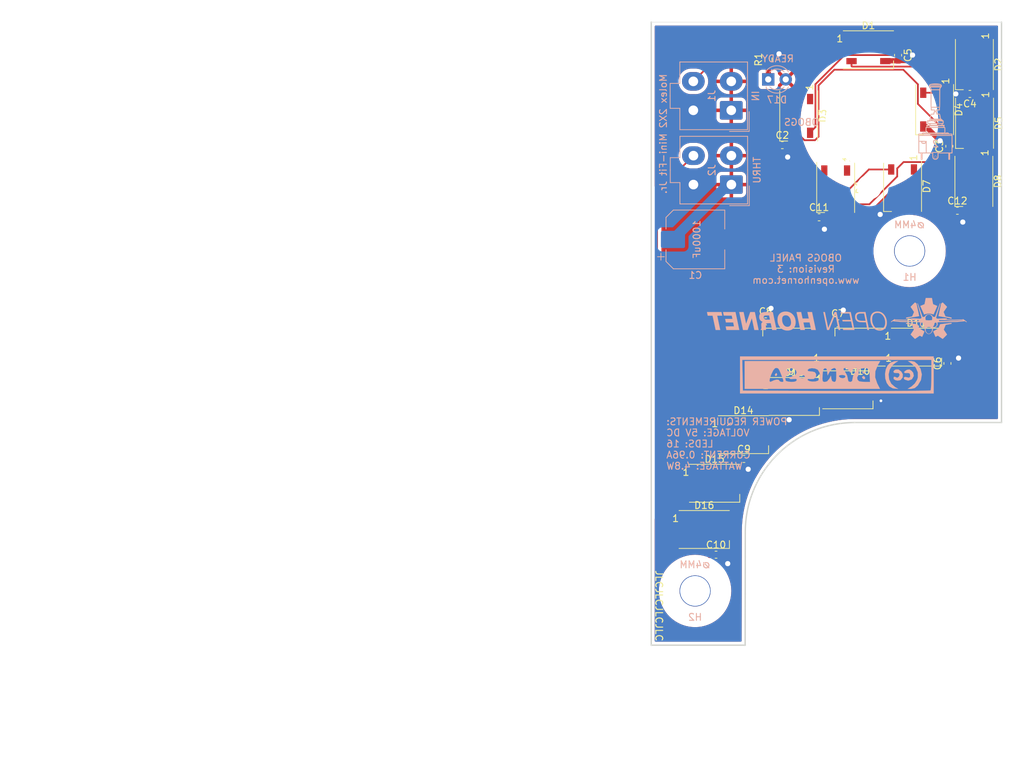
<source format=kicad_pcb>
(kicad_pcb (version 20211014) (generator pcbnew)
  (title_block (title "OBOGS PANEL") (date "2023-02-10") (rev "3"))
  (layers (0 "F.Cu" signal) (31 "B.Cu" signal) (34 "B.Paste" user) (35 "F.Paste" user) (36 "B.SilkS" user "B.Silkscreen") (37 "F.SilkS" user "F.Silkscreen") (38 "B.Mask" user) (39 "F.Mask" user) (44 "Edge.Cuts" user))
  (net 0 "")
  (net 1 "/LED+5V")
  (net 2 "Net-(D1-Pad2)")
  (net 3 "/DATAIN")
  (net 4 "/LEDGND")
  (net 5 "Net-(D2-Pad2)")
  (net 6 "Net-(D3-Pad2)")
  (net 7 "Net-(D4-Pad2)")
  (net 8 "Net-(D5-Pad2)")
  (net 9 "Net-(D6-Pad2)")
  (net 10 "Net-(D7-Pad2)")
  (net 11 "Net-(D8-Pad2)")
  (net 12 "Net-(D10-Pad4)")
  (net 13 "Net-(D10-Pad2)")
  (net 14 "Net-(D11-Pad2)")
  (net 15 "Net-(D12-Pad2)")
  (net 16 "Net-(D13-Pad2)")
  (net 17 "Net-(D14-Pad2)")
  (net 18 "Net-(D15-Pad2)")
  (net 19 "/DATAOUT")
  (net 20 "Net-(D17-Pad1)")
  (footprint "OH_Footprints:C_0603_1608Metric" (layer "F.Cu") (at 177.6603 58.74766)
    (fp_text reference "C2" (at 0 -1.43) (layer "F.SilkS"))
    (fp_text value "C")
    (pad "1" smd roundrect (at -0.775 0) (size 0.9 0.95) (layers "F.Cu" "F.Paste" "F.Mask") (net 1 "/LED+5V"))
    (pad "2" smd roundrect (at 0.775 0) (size 0.9 0.95) (layers "F.Cu" "F.Paste" "F.Mask") (net 4 "/LEDGND"))
  )
  (footprint "OH_Footprints:C_0603_1608Metric" (layer "F.Cu") (at 201.88174 58.90992 90)
    (fp_text reference "C3" (at 0 -1.43 90) (layer "F.SilkS"))
    (fp_text value "C")
    (pad "1" smd roundrect (at -0.775 0 90) (size 0.9 0.95) (layers "F.Cu" "F.Paste" "F.Mask") (net 1 "/LED+5V"))
    (pad "2" smd roundrect (at 0.775 0 90) (size 0.9 0.95) (layers "F.Cu" "F.Paste" "F.Mask") (net 4 "/LEDGND"))
  )
  (footprint "OH_Footprints:C_0603_1608Metric" (layer "F.Cu") (at 204.86116 51.31562 180)
    (fp_text reference "C4" (at 0 -1.43 180) (layer "F.SilkS"))
    (fp_text value "C")
    (pad "1" smd roundrect (at -0.775 0 180) (size 0.9 0.95) (layers "F.Cu" "F.Paste" "F.Mask") (net 1 "/LED+5V"))
    (pad "2" smd roundrect (at 0.775 0 180) (size 0.9 0.95) (layers "F.Cu" "F.Paste" "F.Mask") (net 4 "/LEDGND"))
  )
  (footprint "OH_Footprints:C_0603_1608Metric" (layer "F.Cu") (at 194.44716 45.6949 -90)
    (fp_text reference "C5" (at 0 -1.43 -90) (layer "F.SilkS"))
    (fp_text value "C")
    (pad "1" smd roundrect (at -0.775 0 270) (size 0.9 0.95) (layers "F.Cu" "F.Paste" "F.Mask") (net 1 "/LED+5V"))
    (pad "2" smd roundrect (at 0.775 0 270) (size 0.9 0.95) (layers "F.Cu" "F.Paste" "F.Mask") (net 4 "/LEDGND"))
  )
  (footprint "OH_Footprints:C_0603_1608Metric" (layer "F.Cu") (at 201.60234 90.42684 90)
    (fp_text reference "C6" (at 0 -1.43 90) (layer "F.SilkS"))
    (fp_text value "C")
    (pad "1" smd roundrect (at -0.775 0 90) (size 0.9 0.95) (layers "F.Cu" "F.Paste" "F.Mask") (net 1 "/LED+5V"))
    (pad "2" smd roundrect (at 0.775 0 90) (size 0.9 0.95) (layers "F.Cu" "F.Paste" "F.Mask") (net 4 "/LEDGND"))
  )
  (footprint "OH_Footprints:C_0603_1608Metric" (layer "F.Cu") (at 185.71972 84.6074)
    (fp_text reference "C7" (at 0 -1.43) (layer "F.SilkS"))
    (fp_text value "C")
    (pad "1" smd roundrect (at -0.775 0) (size 0.9 0.95) (layers "F.Cu" "F.Paste" "F.Mask") (net 1 "/LED+5V"))
    (pad "2" smd roundrect (at 0.775 0) (size 0.9 0.95) (layers "F.Cu" "F.Paste" "F.Mask") (net 4 "/LEDGND"))
  )
  (footprint "OH_Footprints:C_0603_1608Metric" (layer "F.Cu") (at 175.23938 84.32292)
    (fp_text reference "C8" (at 0 -1.43) (layer "F.SilkS"))
    (fp_text value "C")
    (pad "1" smd roundrect (at -0.775 0) (size 0.9 0.95) (layers "F.Cu" "F.Paste" "F.Mask") (net 1 "/LED+5V"))
    (pad "2" smd roundrect (at 0.775 0) (size 0.9 0.95) (layers "F.Cu" "F.Paste" "F.Mask") (net 4 "/LEDGND"))
  )
  (footprint "OH_Footprints:C_0603_1608Metric" (layer "F.Cu") (at 172.08978 104.2924)
    (fp_text reference "C9" (at 0 -1.43) (layer "F.SilkS"))
    (fp_text value "C")
    (pad "1" smd roundrect (at -0.775 0) (size 0.9 0.95) (layers "F.Cu" "F.Paste" "F.Mask") (net 1 "/LED+5V"))
    (pad "2" smd roundrect (at 0.775 0) (size 0.9 0.95) (layers "F.Cu" "F.Paste" "F.Mask") (net 4 "/LEDGND"))
  )
  (footprint "OH_Footprints:C_0603_1608Metric" (layer "F.Cu") (at 168.04356 118.18874)
    (fp_text reference "C10" (at 0 -1.43) (layer "F.SilkS"))
    (fp_text value "C")
    (pad "1" smd roundrect (at -0.775 0) (size 0.9 0.95) (layers "F.Cu" "F.Paste" "F.Mask") (net 1 "/LED+5V"))
    (pad "2" smd roundrect (at 0.775 0) (size 0.9 0.95) (layers "F.Cu" "F.Paste" "F.Mask") (net 4 "/LEDGND"))
  )
  (footprint "OH_Footprints:LED_WS2812B_PLCC4_5.0x5.0mm_P3.2mm" (layer "F.Cu") (at 190.144 44.9072)
    (fp_text reference "D1" (at 0 -3.5) (layer "F.SilkS"))
    (fp_text value "WS2812B")
    (fp_text user "1" (at -4.15 -1.6) (layer "F.SilkS"))
    (pad "1" smd rect (at -2.45 -1.65) (size 1.5 0.9) (layers "F.Cu" "F.Paste" "F.Mask") (net 1 "/LED+5V"))
    (pad "2" smd rect (at -2.45 1.65) (size 1.5 0.9) (layers "F.Cu" "F.Paste" "F.Mask") (net 2 "Net-(D1-Pad2)"))
    (pad "3" smd rect (at 2.45 1.65) (size 1.5 0.9) (layers "F.Cu" "F.Paste" "F.Mask") (net 4 "/LEDGND"))
    (pad "4" smd rect (at 2.45 -1.65) (size 1.5 0.9) (layers "F.Cu" "F.Paste" "F.Mask") (net 3 "/DATAIN"))
  )
  (footprint "OH_Footprints:LED_WS2812B_PLCC4_5.0x5.0mm_P3.2mm" (layer "F.Cu") (at 205.512 47.0524 -90)
    (fp_text reference "D2" (at 0 -3.5 -90) (layer "F.SilkS"))
    (fp_text value "WS2812B")
    (fp_text user "1" (at -4.15 -1.6 -90) (layer "F.SilkS"))
    (pad "1" smd rect (at -2.45 -1.65 270) (size 1.5 0.9) (layers "F.Cu" "F.Paste" "F.Mask") (net 1 "/LED+5V"))
    (pad "2" smd rect (at -2.45 1.65 270) (size 1.5 0.9) (layers "F.Cu" "F.Paste" "F.Mask") (net 5 "Net-(D2-Pad2)"))
    (pad "3" smd rect (at 2.45 1.65 270) (size 1.5 0.9) (layers "F.Cu" "F.Paste" "F.Mask") (net 4 "/LEDGND"))
    (pad "4" smd rect (at 2.45 -1.65 270) (size 1.5 0.9) (layers "F.Cu" "F.Paste" "F.Mask") (net 2 "Net-(D1-Pad2)"))
  )
  (footprint "OH_Footprints:LED_WS2812B_PLCC4_5.0x5.0mm_P3.2mm" (layer "F.Cu") (at 180.035 54.5084 -90)
    (fp_text reference "D3" (at 0 -3.5 -90) (layer "F.SilkS"))
    (fp_text value "WS2812B")
    (fp_text user "1" (at -4.15 -1.6 -90) (layer "F.SilkS"))
    (pad "1" smd rect (at -2.45 -1.65 270) (size 1.5 0.9) (layers "F.Cu" "F.Paste" "F.Mask") (net 1 "/LED+5V"))
    (pad "2" smd rect (at -2.45 1.65 270) (size 1.5 0.9) (layers "F.Cu" "F.Paste" "F.Mask") (net 6 "Net-(D3-Pad2)"))
    (pad "3" smd rect (at 2.45 1.65 270) (size 1.5 0.9) (layers "F.Cu" "F.Paste" "F.Mask") (net 4 "/LEDGND"))
    (pad "4" smd rect (at 2.45 -1.65 270) (size 1.5 0.9) (layers "F.Cu" "F.Paste" "F.Mask") (net 5 "Net-(D2-Pad2)"))
  )
  (footprint "OH_Footprints:LED_WS2812B_PLCC4_5.0x5.0mm_P3.2mm" (layer "F.Cu") (at 199.746 53.594 -90)
    (fp_text reference "D4" (at 0 -3.5 -90) (layer "F.SilkS"))
    (fp_text value "WS2812B")
    (fp_text user "1" (at -4.15 -1.6 -90) (layer "F.SilkS"))
    (pad "1" smd rect (at -2.45 -1.65 270) (size 1.5 0.9) (layers "F.Cu" "F.Paste" "F.Mask") (net 1 "/LED+5V"))
    (pad "2" smd rect (at -2.45 1.65 270) (size 1.5 0.9) (layers "F.Cu" "F.Paste" "F.Mask") (net 7 "Net-(D4-Pad2)"))
    (pad "3" smd rect (at 2.45 1.65 270) (size 1.5 0.9) (layers "F.Cu" "F.Paste" "F.Mask") (net 4 "/LEDGND"))
    (pad "4" smd rect (at 2.45 -1.65 270) (size 1.5 0.9) (layers "F.Cu" "F.Paste" "F.Mask") (net 6 "Net-(D3-Pad2)"))
  )
  (footprint "OH_Footprints:LED_WS2812B_PLCC4_5.0x5.0mm_P3.2mm" (layer "F.Cu") (at 205.537 55.5752 -90)
    (fp_text reference "D5" (at 0 -3.5 -90) (layer "F.SilkS"))
    (fp_text value "WS2812B")
    (fp_text user "1" (at -4.15 -1.6 -90) (layer "F.SilkS"))
    (pad "1" smd rect (at -2.45 -1.65 270) (size 1.5 0.9) (layers "F.Cu" "F.Paste" "F.Mask") (net 1 "/LED+5V"))
    (pad "2" smd rect (at -2.45 1.65 270) (size 1.5 0.9) (layers "F.Cu" "F.Paste" "F.Mask") (net 8 "Net-(D5-Pad2)"))
    (pad "3" smd rect (at 2.45 1.65 270) (size 1.5 0.9) (layers "F.Cu" "F.Paste" "F.Mask") (net 4 "/LEDGND"))
    (pad "4" smd rect (at 2.45 -1.65 270) (size 1.5 0.9) (layers "F.Cu" "F.Paste" "F.Mask") (net 7 "Net-(D4-Pad2)"))
  )
  (footprint "OH_Footprints:LED_WS2812B_PLCC4_5.0x5.0mm_P3.2mm" (layer "F.Cu") (at 185.395 64.8832 -90)
    (fp_text reference "D6" (at 0 -3.5 -90) (layer "F.SilkS"))
    (fp_text value "WS2812B")
    (fp_text user "1" (at -4.15 -1.6 -90) (layer "F.SilkS"))
    (pad "1" smd rect (at -2.45 -1.65 270) (size 1.5 0.9) (layers "F.Cu" "F.Paste" "F.Mask") (net 1 "/LED+5V"))
    (pad "2" smd rect (at -2.45 1.65 270) (size 1.5 0.9) (layers "F.Cu" "F.Paste" "F.Mask") (net 9 "Net-(D6-Pad2)"))
    (pad "3" smd rect (at 2.45 1.65 270) (size 1.5 0.9) (layers "F.Cu" "F.Paste" "F.Mask") (net 4 "/LEDGND"))
    (pad "4" smd rect (at 2.45 -1.65 270) (size 1.5 0.9) (layers "F.Cu" "F.Paste" "F.Mask") (net 8 "Net-(D5-Pad2)"))
  )
  (footprint "OH_Footprints:LED_WS2812B_PLCC4_5.0x5.0mm_P3.2mm" (layer "F.Cu") (at 195.098 64.7308 -90)
    (fp_text reference "D7" (at 0 -3.5 -90) (layer "F.SilkS"))
    (fp_text value "WS2812B")
    (fp_text user "1" (at -4.15 -1.6 -90) (layer "F.SilkS"))
    (pad "1" smd rect (at -2.45 -1.65 270) (size 1.5 0.9) (layers "F.Cu" "F.Paste" "F.Mask") (net 1 "/LED+5V"))
    (pad "2" smd rect (at -2.45 1.65 270) (size 1.5 0.9) (layers "F.Cu" "F.Paste" "F.Mask") (net 10 "Net-(D7-Pad2)"))
    (pad "3" smd rect (at 2.45 1.65 270) (size 1.5 0.9) (layers "F.Cu" "F.Paste" "F.Mask") (net 4 "/LEDGND"))
    (pad "4" smd rect (at 2.45 -1.65 270) (size 1.5 0.9) (layers "F.Cu" "F.Paste" "F.Mask") (net 9 "Net-(D6-Pad2)"))
  )
  (footprint "OH_Footprints:LED_WS2812B_PLCC4_5.0x5.0mm_P3.2mm" (layer "F.Cu") (at 205.435 64.008 -90)
    (fp_text reference "D8" (at 0 -3.5 -90) (layer "F.SilkS"))
    (fp_text value "WS2812B")
    (fp_text user "1" (at -4.15 -1.6 -90) (layer "F.SilkS"))
    (pad "1" smd rect (at -2.45 -1.65 270) (size 1.5 0.9) (layers "F.Cu" "F.Paste" "F.Mask") (net 1 "/LED+5V"))
    (pad "2" smd rect (at -2.45 1.65 270) (size 1.5 0.9) (layers "F.Cu" "F.Paste" "F.Mask") (net 11 "Net-(D8-Pad2)"))
    (pad "3" smd rect (at 2.45 1.65 270) (size 1.5 0.9) (layers "F.Cu" "F.Paste" "F.Mask") (net 4 "/LEDGND"))
    (pad "4" smd rect (at 2.45 -1.65 270) (size 1.5 0.9) (layers "F.Cu" "F.Paste" "F.Mask") (net 10 "Net-(D7-Pad2)"))
  )
  (footprint "OH_Footprints:LED_WS2812B_PLCC4_5.0x5.0mm_P3.2mm" (layer "F.Cu") (at 178.472 88.0616 180)
    (fp_text reference "D9" (at 0 -3.5 180) (layer "F.SilkS"))
    (fp_text value "WS2812B")
    (fp_text user "1" (at -4.15 -1.6 180) (layer "F.SilkS"))
    (pad "1" smd rect (at -2.45 -1.65 180) (size 1.5 0.9) (layers "F.Cu" "F.Paste" "F.Mask") (net 1 "/LED+5V"))
    (pad "2" smd rect (at -2.45 1.65 180) (size 1.5 0.9) (layers "F.Cu" "F.Paste" "F.Mask") (net 12 "Net-(D10-Pad4)"))
    (pad "3" smd rect (at 2.45 1.65 180) (size 1.5 0.9) (layers "F.Cu" "F.Paste" "F.Mask") (net 4 "/LEDGND"))
    (pad "4" smd rect (at 2.45 -1.65 180) (size 1.5 0.9) (layers "F.Cu" "F.Paste" "F.Mask") (net 11 "Net-(D8-Pad2)"))
  )
  (footprint "OH_Footprints:LED_WS2812B_PLCC4_5.0x5.0mm_P3.2mm" (layer "F.Cu") (at 188.937 88.0616 180)
    (fp_text reference "D10" (at 0 -3.5 180) (layer "F.SilkS"))
    (fp_text value "WS2812B")
    (fp_text user "1" (at -4.15 -1.6 180) (layer "F.SilkS"))
    (pad "1" smd rect (at -2.45 -1.65 180) (size 1.5 0.9) (layers "F.Cu" "F.Paste" "F.Mask") (net 1 "/LED+5V"))
    (pad "2" smd rect (at -2.45 1.65 180) (size 1.5 0.9) (layers "F.Cu" "F.Paste" "F.Mask") (net 13 "Net-(D10-Pad2)"))
    (pad "3" smd rect (at 2.45 1.65 180) (size 1.5 0.9) (layers "F.Cu" "F.Paste" "F.Mask") (net 4 "/LEDGND"))
    (pad "4" smd rect (at 2.45 -1.65 180) (size 1.5 0.9) (layers "F.Cu" "F.Paste" "F.Mask") (net 12 "Net-(D10-Pad4)"))
  )
  (footprint "OH_Footprints:LED_WS2812B_PLCC4_5.0x5.0mm_P3.2mm" (layer "F.Cu") (at 197.116 88.0616)
    (fp_text reference "D11" (at 0 -3.5) (layer "F.SilkS"))
    (fp_text value "WS2812B")
    (fp_text user "1" (at -4.15 -1.6) (layer "F.SilkS"))
    (pad "1" smd rect (at -2.45 -1.65) (size 1.5 0.9) (layers "F.Cu" "F.Paste" "F.Mask") (net 1 "/LED+5V"))
    (pad "2" smd rect (at -2.45 1.65) (size 1.5 0.9) (layers "F.Cu" "F.Paste" "F.Mask") (net 14 "Net-(D11-Pad2)"))
    (pad "3" smd rect (at 2.45 1.65) (size 1.5 0.9) (layers "F.Cu" "F.Paste" "F.Mask") (net 4 "/LEDGND"))
    (pad "4" smd rect (at 2.45 -1.65) (size 1.5 0.9) (layers "F.Cu" "F.Paste" "F.Mask") (net 13 "Net-(D10-Pad2)"))
  )
  (footprint "OH_Footprints:LED_WS2812B_PLCC4_5.0x5.0mm_P3.2mm" (layer "F.Cu") (at 179.386 95.2244)
    (fp_text reference "D13" (at 0 -3.5) (layer "F.SilkS"))
    (fp_text value "WS2812B")
    (fp_text user "1" (at -4.15 -1.6) (layer "F.SilkS"))
    (pad "1" smd rect (at -2.45 -1.65) (size 1.5 0.9) (layers "F.Cu" "F.Paste" "F.Mask") (net 1 "/LED+5V"))
    (pad "2" smd rect (at -2.45 1.65) (size 1.5 0.9) (layers "F.Cu" "F.Paste" "F.Mask") (net 16 "Net-(D13-Pad2)"))
    (pad "3" smd rect (at 2.45 1.65) (size 1.5 0.9) (layers "F.Cu" "F.Paste" "F.Mask") (net 4 "/LEDGND"))
    (pad "4" smd rect (at 2.45 -1.65) (size 1.5 0.9) (layers "F.Cu" "F.Paste" "F.Mask") (net 15 "Net-(D12-Pad2)"))
  )
  (footprint "OH_Footprints:LED_WS2812B_PLCC4_5.0x5.0mm_P3.2mm" (layer "F.Cu") (at 172.02 100.762)
    (fp_text reference "D14" (at 0 -3.5) (layer "F.SilkS"))
    (fp_text value "WS2812B")
    (fp_text user "1" (at -4.15 -1.6) (layer "F.SilkS"))
    (pad "1" smd rect (at -2.45 -1.65) (size 1.5 0.9) (layers "F.Cu" "F.Paste" "F.Mask") (net 1 "/LED+5V"))
    (pad "2" smd rect (at -2.45 1.65) (size 1.5 0.9) (layers "F.Cu" "F.Paste" "F.Mask") (net 17 "Net-(D14-Pad2)"))
    (pad "3" smd rect (at 2.45 1.65) (size 1.5 0.9) (layers "F.Cu" "F.Paste" "F.Mask") (net 4 "/LEDGND"))
    (pad "4" smd rect (at 2.45 -1.65) (size 1.5 0.9) (layers "F.Cu" "F.Paste" "F.Mask") (net 16 "Net-(D13-Pad2)"))
  )
  (footprint "OH_Footprints:LED_WS2812B_PLCC4_5.0x5.0mm_P3.2mm" (layer "F.Cu") (at 167.832 107.823)
    (fp_text reference "D15" (at 0 -3.5) (layer "F.SilkS"))
    (fp_text value "WS2812B")
    (fp_text user "1" (at -4.15 -1.6) (layer "F.SilkS"))
    (pad "1" smd rect (at -2.45 -1.65) (size 1.5 0.9) (layers "F.Cu" "F.Paste" "F.Mask") (net 1 "/LED+5V"))
    (pad "2" smd rect (at -2.45 1.65) (size 1.5 0.9) (layers "F.Cu" "F.Paste" "F.Mask") (net 18 "Net-(D15-Pad2)"))
    (pad "3" smd rect (at 2.45 1.65) (size 1.5 0.9) (layers "F.Cu" "F.Paste" "F.Mask") (net 4 "/LEDGND"))
    (pad "4" smd rect (at 2.45 -1.65) (size 1.5 0.9) (layers "F.Cu" "F.Paste" "F.Mask") (net 17 "Net-(D14-Pad2)"))
  )
  (footprint "OH_Footprints:LED_WS2812B_PLCC4_5.0x5.0mm_P3.2mm" (layer "F.Cu") (at 166.331 114.528)
    (fp_text reference "D16" (at 0 -3.5) (layer "F.SilkS"))
    (fp_text value "WS2812B")
    (fp_text user "1" (at -4.15 -1.6) (layer "F.SilkS"))
    (pad "1" smd rect (at -2.45 -1.65) (size 1.5 0.9) (layers "F.Cu" "F.Paste" "F.Mask") (net 1 "/LED+5V"))
    (pad "2" smd rect (at -2.45 1.65) (size 1.5 0.9) (layers "F.Cu" "F.Paste" "F.Mask") (net 19 "/DATAOUT"))
    (pad "3" smd rect (at 2.45 1.65) (size 1.5 0.9) (layers "F.Cu" "F.Paste" "F.Mask") (net 4 "/LEDGND"))
    (pad "4" smd rect (at 2.45 -1.65) (size 1.5 0.9) (layers "F.Cu" "F.Paste" "F.Mask") (net 18 "Net-(D15-Pad2)"))
  )
  (footprint "OH_Footprints:LED_WS2812B_PLCC4_5.0x5.0mm_P3.2mm" (layer "F.Cu") (at 187.159 94.2592)
    (fp_text reference "D12" (at 0 -3.5) (layer "F.SilkS"))
    (fp_text value "WS2812B")
    (fp_text user "1" (at -4.15 -1.6) (layer "F.SilkS"))
    (pad "1" smd rect (at -2.45 -1.65) (size 1.5 0.9) (layers "F.Cu" "F.Paste" "F.Mask") (net 1 "/LED+5V"))
    (pad "2" smd rect (at -2.45 1.65) (size 1.5 0.9) (layers "F.Cu" "F.Paste" "F.Mask") (net 15 "Net-(D12-Pad2)"))
    (pad "3" smd rect (at 2.45 1.65) (size 1.5 0.9) (layers "F.Cu" "F.Paste" "F.Mask") (net 4 "/LEDGND"))
    (pad "4" smd rect (at 2.45 -1.65) (size 1.5 0.9) (layers "F.Cu" "F.Paste" "F.Mask") (net 14 "Net-(D11-Pad2)"))
  )
  (footprint "Kicad Footprint Files:100SPX_Toggle_Keepout" (layer "F.Cu") (at 190.279157 55.312067)
    (fp_text reference "1" (at 0 0.5) (layer "F.SilkS"))
    (fp_text value "100SPX_Toggle_Keepout")
    (pad "" np_thru_hole circle locked (at 0 0) (size 12.7 12.7) (drill 12.7) (layers *.Mask "F.Cu") (clearance 1))
    (pad "" np_thru_hole circle locked (at 0 0) (size 12.7 12.7) (drill 12.7) (layers *.Mask "B.Cu") (clearance 3.65))
    (pad "" np_thru_hole circle locked (at 0 9.525) (size 3.572 3.572) (drill 3.572) (layers *.Cu *.Mask) (clearance 1))
  )
  (footprint "Kicad Footprint Files:OH_Panel_Fastner_Keepout" (layer "F.Cu") (at 196.121157 74.108067)
    (fp_text reference "2" hide)
    (fp_text value "OH_Panel_Fastner_Keepout" hide)
    (fp_text user "H1" (at 0 3.81) (layer "B.SilkS") (effects (justify mirror)))
    (fp_text user "⌀4MM" (at 0 -3.81) (layer "B.SilkS") (effects (justify mirror)))
    (pad "" np_thru_hole circle locked (at 0 0) (size 4.5 4.5) (drill 4.3053) (layers *.Cu *.Mask) (clearance 3))
  )
  (footprint "Kicad Footprint Files:OH_Panel_Fastner_Keepout" (layer "F.Cu") (at 165.006157 123.447567)
    (fp_text reference "3" hide)
    (fp_text value "OH_Panel_Fastner_Keepout" hide)
    (fp_text user "⌀4MM" (at 0 -3.81) (layer "B.SilkS") (effects (justify mirror)))
    (fp_text user "H2" (at 0 3.81) (layer "B.SilkS") (effects (justify mirror)))
    (pad "" np_thru_hole circle locked (at 0 0) (size 4.5 4.5) (drill 4.3053) (layers *.Cu *.Mask) (clearance 3))
  )
  (footprint "OH_Footprints:C_0603_1608Metric" (layer "F.Cu") (at 182.99166 69.22008)
    (fp_text reference "C11" (at 0 -1.43) (layer "F.SilkS"))
    (fp_text value "C")
    (pad "1" smd roundrect (at -0.775 0) (size 0.9 0.95) (layers "F.Cu" "F.Paste" "F.Mask") (net 1 "/LED+5V"))
    (pad "2" smd roundrect (at 0.775 0) (size 0.9 0.95) (layers "F.Cu" "F.Paste" "F.Mask") (net 4 "/LEDGND"))
  )
  (footprint "OH_Footprints:C_0603_1608Metric" (layer "F.Cu") (at 203.0477 68.26758)
    (fp_text reference "C12" (at 0 -1.43) (layer "F.SilkS"))
    (fp_text value "C")
    (pad "1" smd roundrect (at -0.775 0) (size 0.9 0.95) (layers "F.Cu" "F.Paste" "F.Mask") (net 1 "/LED+5V"))
    (pad "2" smd roundrect (at 0.775 0) (size 0.9 0.95) (layers "F.Cu" "F.Paste" "F.Mask") (net 4 "/LEDGND"))
  )
  (footprint "OH_Footprints:R_0603_1608Metric" (layer "F.Cu") (at 175.63592 46.32656 90)
    (fp_text reference "R1" (at 0 -1.43 90) (layer "F.SilkS"))
    (fp_text value "R")
    (pad "1" smd roundrect (at -0.825 0 90) (size 0.8 0.95) (layers "F.Cu" "F.Paste" "F.Mask") (net 20 "Net-(D17-Pad1)"))
    (pad "2" smd roundrect (at 0.825 0 90) (size 0.8 0.95) (layers "F.Cu" "F.Paste" "F.Mask") (net 4 "/LEDGND"))
  )
  (footprint "OH_Footprints:CP_Elec_8x10" (layer "B.Cu") (at 165.04786 72.43318)
    (fp_text reference "C1" (at 0 5.2 180) (layer "B.SilkS") (effects (justify mirror)))
    (fp_text value "C_Polarized")
    (pad "1" smd roundrect (at -3.25 0) (size 3.5 2.5) (layers "B.Cu" "B.Paste" "B.Mask") (roundrect_rratio 0.1) (net 1 "/LED+5V"))
    (pad "2" smd roundrect (at 3.25 0) (size 3.5 2.5) (layers "B.Cu" "B.Paste" "B.Mask") (roundrect_rratio 0.1) (net 4 "/LEDGND"))
  )
  (footprint "Kicad Footprint Files:S2ALToggle" (layer "B.Cu") (at 199.9996 55.4736 180)
    (fp_text reference "G***" hide)
    (fp_text value "LOGO" hide)
    (fp_text user "2" (at 0.125 -3.075) (layer "B.SilkS") (effects (justify mirror)))
  )
  (footprint "OH_Footprints:LED_D3.0mm" (layer "B.Cu") (at 175.61306 49.20996)
    (fp_text reference "D17" (at 1.27 2.96 180) (layer "B.SilkS") (effects (justify mirror)))
    (fp_text value "LED")
    (pad "1" thru_hole rect (at 0 0) (size 1.8 1.8) (drill 0.9) (layers *.Cu *.Mask) (net 20 "Net-(D17-Pad1)"))
    (pad "2" thru_hole circle (at 2.54 0) (size 1.8 1.8) (drill 0.9) (layers *.Cu *.Mask) (net 1 "/LED+5V"))
  )
  (footprint "OH_Footprints:Molex_Mini-Fit_Jr_5566-04A_2x02_P4.20mm_Vertical" (layer "B.Cu") (at 170.25112 53.6956 90)
    (fp_text reference "J1" (at 2.1 -2.820624 270) (layer "B.SilkS") (effects (justify mirror)))
    (fp_text value "Conn_01x04_Female")
    (pad "1" thru_hole roundrect (at 0 0 90) (size 2.7 3.3) (drill 1.4) (layers *.Cu *.Mask) (roundrect_rratio 0.09259296296) (net 1 "/LED+5V"))
    (pad "2" thru_hole oval (at 4.2 0 90) (size 2.7 3.3) (drill 1.4) (layers *.Cu *.Mask) (net 1 "/LED+5V"))
    (pad "3" thru_hole oval (at 0 -5.5 90) (size 2.7 3.3) (drill 1.4) (layers *.Cu *.Mask) (net 4 "/LEDGND"))
    (pad "4" thru_hole oval (at 4.2 -5.5 90) (size 2.7 3.3) (drill 1.4) (layers *.Cu *.Mask) (net 3 "/DATAIN"))
  )
  (footprint "OH_Footprints:Molex_Mini-Fit_Jr_5566-04A_2x02_P4.20mm_Vertical" (layer "B.Cu") (at 170.26636 64.47536 90)
    (fp_text reference "J2" (at 2.1 -2.820624 270) (layer "B.SilkS") (effects (justify mirror)))
    (fp_text value "Conn_01x04_Female")
    (pad "1" thru_hole roundrect (at 0 0 90) (size 2.7 3.3) (drill 1.4) (layers *.Cu *.Mask) (roundrect_rratio 0.09259296296) (net 1 "/LED+5V"))
    (pad "2" thru_hole oval (at 4.2 0 90) (size 2.7 3.3) (drill 1.4) (layers *.Cu *.Mask) (net 1 "/LED+5V"))
    (pad "3" thru_hole oval (at 0 -5.5 90) (size 2.7 3.3) (drill 1.4) (layers *.Cu *.Mask) (net 4 "/LEDGND"))
    (pad "4" thru_hole oval (at 4.2 -5.5 90) (size 2.7 3.3) (drill 1.4) (layers *.Cu *.Mask) (net 19 "/DATAOUT"))
  )
  (footprint "OH_General:OH_LOGO_37.7mm_5.9mm" (layer "B.Cu") (at 185.572676 83.9 180)
    (fp_text reference "G***" hide)
    (fp_text value "LOGO" hide)
  )
  (footprint "OH_General:CC-BY-NC-SA-Small" (layer "B.Cu") (at 185.65 92.1 180)
    (fp_text reference "G***" hide)
    (fp_text value "LOGO" hide)
  )
  (gr_line (start 209.4484 40.894) (end 209.4484 40.894001) (layer "Edge.Cuts") (width 0.05))
  (gr_line (start 209.4484 40.894) (end 158.648401 40.894001) (layer "Edge.Cuts") (width 0.05))
  (gr_line (start 188.1632 99.0092) (end 209.4484 99.0092) (layer "Edge.Cuts") (width 0.2))
  (gr_line (start 158.648401 131.318) (end 172.2628 131.318) (layer "Edge.Cuts") (width 0.2))
  (gr_line (start 158.648401 40.894001) (end 158.648401 131.318) (layer "Edge.Cuts") (width 0.2))
  (gr_arc (start 172.288199 114.884199) (mid 176.93788 103.658879) (end 188.1632 99.0092) (layer "Edge.Cuts") (width 0.2))
  (gr_line (start 172.2628 131.318) (end 172.288199 114.884199) (layer "Edge.Cuts") (width 0.2))
  (gr_line (start 209.4484 99.0092) (end 209.4484 40.894001) (layer "Edge.Cuts") (width 0.2))
  (gr_text "OBOGS" (at 180.4416 55.4228) (layer "B.SilkS") (effects (font (size 1 1)) (justify mirror)))
  (gr_text "POWER REQUIREMENTS:\nVOLTAGE: 5V DC\nLEDS: 16\nCURRENT: 0.96A\nWATTAGE: 4.8W" (at 160.75 102.1) (layer "B.SilkS") (effects (font (size 1 1)) (justify right mirror)))
  (gr_text "THRU" (at 173.98746 62.37732 90) (layer "B.SilkS") (effects (font (size 1 1)) (justify mirror)))
  (gr_text "OBOGS PANEL\nRevision: 3\nwww.openhornet.com" (at 181.0766 76.7334) (layer "B.SilkS") (effects (font (size 1 1)) (justify mirror)))
  (gr_text "IN" (at 173.78426 51.61534 90) (layer "B.SilkS") (effects (font (size 1 1)) (justify mirror)))
  (gr_text "READY" (at 177.01514 46.2026) (layer "B.SilkS") (effects (font (size 1 1)) (justify mirror)))
  (gr_text "Molex 2X2 Mini-Fit Jr." (at 160.39084 57.11698 90) (layer "B.SilkS") (effects (font (size 1 1)) (justify mirror)))
  (gr_text "1000uF" (at 165.26002 72.43318 90) (layer "B.SilkS") (effects (font (size 1 1)) (justify mirror)))
  (gr_text "JLCJLCJLCJLC" (at 159.766 125.603 270) (layer "F.SilkS") (effects (font (size 1 1))))
  (segment (start 206.366738 61.558) (end 204.865844 60.057106) (width 1) (layer "F.Cu") (net 1))
  (segment (start 201.93175 59.73493) (end 201.88174 59.73493) (width 1) (layer "F.Cu") (net 1))
  (segment (start 207.035 61.558) (end 206.366738 61.558) (width 1) (layer "F.Cu") (net 1))
  (segment (start 204.865844 60.057106) (end 202.253926 60.057106) (width 1) (layer "F.Cu") (net 1))
  (segment (start 202.253926 60.057106) (end 201.93175 59.73493) (width 1) (layer "F.Cu") (net 1))
  (segment (start 169.75568 64.47536) (end 161.79786 72.43318) (width 1.5) (layer "B.Cu") (net 1))
  (segment (start 170.26636 64.47536) (end 169.75568 64.47536) (width 1.5) (layer "B.Cu") (net 1))
  (segment (start 187.78748 47.35068) (end 197.49932 47.35068) (width 0.25) (layer "F.Cu") (net 2))
  (segment (start 187.694 46.5072) (end 187.694 47.2572) (width 0.25) (layer "F.Cu") (net 2))
  (segment (start 197.49932 47.35068) (end 199 45.85) (width 0.25) (layer "F.Cu") (net 2))
  (segment (start 199 45.85) (end 206.85 45.85) (width 0.25) (layer "F.Cu") (net 2))
  (segment (start 206.85 45.85) (end 206.85 49.2404) (width 0.25) (layer "F.Cu") (net 2))
  (segment (start 206.85 49.2404) (end 207.112 49.5024) (width 0.25) (layer "F.Cu") (net 2))
  (segment (start 187.694 47.2572) (end 187.78748 47.35068) (width 0.25) (layer "F.Cu") (net 2))
  (segment (start 191.768999 42.482199) (end 171.764521 42.482199) (width 0.25) (layer "F.Cu") (net 3))
  (segment (start 192.594 43.3072) (end 191.768999 42.482199) (width 0.25) (layer "F.Cu") (net 3))
  (segment (start 171.764521 42.482199) (end 164.75112 49.4956) (width 0.25) (layer "F.Cu") (net 3))
  (segment (start 203.21524 89.65438) (end 203.22794 89.65184) (width 0.75) (layer "F.Cu") (net 4))
  (segment (start 191.9605 95.85198) (end 191.95328 95.8592) (width 0.75) (layer "F.Cu") (net 4))
  (segment (start 178.42992 60.47994) (end 178.4353 60.51072) (width 0.75) (layer "F.Cu") (net 4))
  (segment (start 191.85128 68.80606) (end 191.86906 68.80606) (width 0.75) (layer "F.Cu") (net 4))
  (segment (start 183.76138 70.94982) (end 183.77916 70.93204) (width 0.75) (layer "F.Cu") (net 4))
  (segment (start 203.83246 69.91604) (end 203.835 69.9135) (width 0.75) (layer "F.Cu") (net 4))
  (segment (start 200.54316 58.11266) (end 200.56542 58.13492) (width 0.75) (layer "F.Cu") (net 4))
  (segment (start 202.82154 51.31562) (end 202.6793 51.31562) (width 0.75) (layer "F.Cu") (net 4))
  (segment (start 196.54774 45.67936) (end 196.54774 45.67936) (width 0.75) (layer "F.Cu") (net 4))
  (segment (start 172.7073 105.78592) (end 172.86478 105.64368) (width 0.75) (layer "F.Cu") (net 4))
  (segment (start 169.73804 119.48414) (end 169.68978 119.49176) (width 0.75) (layer "F.Cu") (net 4))
  (segment (start 178.64582 98.60534) (end 178.64582 98.60534) (width 0.75) (layer "F.Cu") (net 4))
  (segment (start 186.4995 82.69224) (end 186.49472 82.69702) (width 0.75) (layer "F.Cu") (net 4))
  (segment (start 176.01438 82.43316) (end 176.01438 82.43316) (width 0.75) (layer "F.Cu") (net 4))
  (segment (start 177.1777 45.50156) (end 177.1777 45.50156) (width 0.75) (layer "F.Cu") (net 4))
  (segment (start 175.63592 45.50156) (end 177.1777 45.50156) (width 0.75) (layer "F.Cu") (net 4))
  (segment (start 174.47 102.68718) (end 172.86478 104.2924) (width 0.75) (layer "F.Cu") (net 4))
  (segment (start 201.88174 58.13492) (end 200.54316 58.11266) (width 0.75) (layer "F.Cu") (net 4))
  (segment (start 203.912 49.5024) (end 203.912 51.14146) (width 0.75) (layer "F.Cu") (net 4))
  (segment (start 176.01438 86.45398) (end 176.022 86.4616) (width 0.75) (layer "F.Cu") (net 4))
  (segment (start 186.487 84.61512) (end 186.49472 84.6074) (width 0.75) (layer "F.Cu") (net 4))
  (segment (start 181.836 96.8244) (end 180.42676 96.8244) (width 0.75) (layer "F.Cu") (net 4))
  (segment (start 195.7826 46.4445) (end 196.54774 45.67936) (width 0.75) (layer "F.Cu") (net 4))
  (segment (start 186.49472 84.6074) (end 186.4995 82.69224) (width 0.75) (layer "F.Cu") (net 4))
  (segment (start 178.435 56.9584) (end 178.435 58.74736) (width 0.75) (layer "F.Cu") (net 4))
  (segment (start 192.594 46.5072) (end 194.40986 46.5072) (width 0.75) (layer "F.Cu") (net 4))
  (segment (start 201.99146 58.0252) (end 201.88174 58.13492) (width 0.75) (layer "F.Cu") (net 4))
  (segment (start 183.77916 69.22008) (end 183.76138 70.94982) (width 0.75) (layer "F.Cu") (net 4))
  (segment (start 194.40986 46.5072) (end 194.44716 46.4699) (width 0.75) (layer "F.Cu") (net 4))
  (segment (start 178.435 58.74736) (end 178.4353 58.74766) (width 0.75) (layer "F.Cu") (net 4))
  (segment (start 172.7073 106.9977) (end 172.7073 105.78592) (width 0.75) (layer "F.Cu") (net 4))
  (segment (start 193.498 67.17712) (end 191.85128 68.80606) (width 0.75) (layer "F.Cu") (net 4))
  (segment (start 176.022 86.4616) (end 176.022 84.33054) (width 0.75) (layer "F.Cu") (net 4))
  (segment (start 203.912 51.14146) (end 204.08616 51.31562) (width 0.75) (layer "F.Cu") (net 4))
  (segment (start 168.81856 118.18874) (end 168.81856 118.62054) (width 0.75) (layer "F.Cu") (net 4))
  (segment (start 180.42676 96.8244) (end 178.64582 98.60534) (width 0.75) (layer "F.Cu") (net 4))
  (segment (start 203.835 66.458) (end 203.83246 69.91604) (width 0.75) (layer "F.Cu") (net 4))
  (segment (start 193.498 67.1808) (end 193.498 67.17712) (width 0.75) (layer "F.Cu") (net 4))
  (segment (start 189.609 95.8592) (end 191.9605 95.85198) (width 0.75) (layer "F.Cu") (net 4))
  (segment (start 198.146 56.044) (end 198.4745 56.044) (width 0.75) (layer "F.Cu") (net 4))
  (segment (start 203.937 58.0252) (end 201.99146 58.0252) (width 0.75) (layer "F.Cu") (net 4))
  (segment (start 168.781 116.128) (end 168.781 118.15118) (width 0.75) (layer "F.Cu") (net 4))
  (segment (start 201.59258 89.6616) (end 201.60234 89.65184) (width 0.75) (layer "F.Cu") (net 4))
  (segment (start 168.81856 118.62054) (end 169.73804 119.48414) (width 0.75) (layer "F.Cu") (net 4))
  (segment (start 199.566 89.6616) (end 201.59258 89.6616) (width 0.75) (layer "F.Cu") (net 4))
  (segment (start 170.282 109.423) (end 172.7073 106.9977) (width 0.75) (layer "F.Cu") (net 4))
  (segment (start 194.44716 46.4699) (end 195.7826 46.4699) (width 0.75) (layer "F.Cu") (net 4))
  (segment (start 176.022 84.33054) (end 176.01438 84.32292) (width 0.75) (layer "F.Cu") (net 4))
  (segment (start 195.7826 46.4699) (end 195.7826 46.4445) (width 0.75) (layer "F.Cu") (net 4))
  (segment (start 183.795 67.3332) (end 183.795 69.20424) (width 0.75) (layer "F.Cu") (net 4))
  (segment (start 172.86478 104.2924) (end 172.7073 105.78592) (width 0.75) (layer "F.Cu") (net 4))
  (segment (start 204.08616 51.31562) (end 202.82154 51.31562) (width 0.75) (layer "F.Cu") (net 4))
  (segment (start 176.01438 84.32292) (end 176.01438 82.43316) (width 0.75) (layer "F.Cu") (net 4))
  (segment (start 186.487 86.4616) (end 186.487 84.61512) (width 0.75) (layer "F.Cu") (net 4))
  (segment (start 174.47 102.362) (end 174.47 102.68718) (width 0.75) (layer "F.Cu") (net 4))
  (segment (start 183.795 69.20424) (end 183.77916 69.22008) (width 0.75) (layer "F.Cu") (net 4))
  (segment (start 201.60234 89.65184) (end 203.21524 89.65438) (width 0.75) (layer "F.Cu") (net 4))
  (segment (start 178.4353 58.74766) (end 178.42992 60.47994) (width 0.75) (layer "F.Cu") (net 4))
  (segment (start 168.81856 118.18874) (end 168.781 118.15118) (width 0.75) (layer "F.Cu") (net 4))
  (segment (start 198.4745 56.044) (end 200.54316 58.11266) (width 0.75) (layer "F.Cu") (net 4))
  (via (at 177.1777 45.50156) (size 1.5) (drill 0.75) (layers "F.Cu" "B.Cu") (net 4))
  (via (at 169.73804 119.48414) (size 1.5) (drill 0.75) (layers "F.Cu" "B.Cu") (net 4))
  (via (at 191.85128 68.80606) (size 1.5) (drill 0.75) (layers "F.Cu" "B.Cu") (net 4))
  (via (at 196.54774 45.67936) (size 1.5) (drill 0.75) (layers "F.Cu" "B.Cu") (net 4))
  (via (at 191.9605 95.85198) (size 0.8) (drill 0.4) (layers "F.Cu" "B.Cu") (net 4))
  (via (at 186.4995 82.69224) (size 1.5) (drill 0.75) (layers "F.Cu" "B.Cu") (net 4))
  (via (at 200.54316 58.11266) (size 1.5) (drill 0.75) (layers "F.Cu" "B.Cu") (net 4))
  (via (at 203.21524 89.65438) (size 1.5) (drill 0.75) (layers "F.Cu" "B.Cu") (net 4))
  (via (at 183.76138 70.94982) (size 1.5) (drill 0.75) (layers "F.Cu" "B.Cu") (net 4))
  (via (at 176.01438 82.43316) (size 1.5) (drill 0.75) (layers "F.Cu" "B.Cu") (net 4))
  (via (at 203.83246 69.91604) (size 1.5) (drill 0.75) (layers "F.Cu" "B.Cu") (net 4))
  (via (at 178.64582 98.60534) (size 1.5) (drill 0.75) (layers "F.Cu" "B.Cu") (net 4))
  (via (at 172.7073 105.78592) (size 1.5) (drill 0.75) (layers "F.Cu" "B.Cu") (net 4))
  (via (at 178.42992 60.47994) (size 1.5) (drill 0.75) (layers "F.Cu" "B.Cu") (net 4))
  (via (at 202.82154 51.31562) (size 1.5) (drill 0.75) (layers "F.Cu" "B.Cu") (net 4))
  (segment (start 196.033698 44.6024) (end 194.941198 45.6949) (width 0.25) (layer "F.Cu") (net 5))
  (segment (start 193.969326 45.6949) (end 193.956625 45.682199) (width 0.25) (layer "F.Cu") (net 5))
  (segment (start 193.956625 45.682199) (end 186.683999 45.682199) (width 0.25) (layer "F.Cu") (net 5))
  (segment (start 186.683999 45.682199) (end 182.460001 49.906197) (width 0.25) (layer "F.Cu") (net 5))
  (segment (start 203.912 44.6024) (end 196.033698 44.6024) (width 0.25) (layer "F.Cu") (net 5))
  (segment (start 194.941198 45.6949) (end 193.969326 45.6949) (width 0.25) (layer "F.Cu") (net 5))
  (segment (start 182.460001 56.133399) (end 181.635 56.9584) (width 0.25) (layer "F.Cu") (net 5))
  (segment (start 182.460001 49.906197) (end 182.460001 56.133399) (width 0.25) (layer "F.Cu") (net 5))
  (segment (start 182.395001 58.033401) (end 180.874999 58.033401) (width 0.25) (layer "F.Cu") (net 6))
  (segment (start 179.260001 52.883401) (end 178.435 52.0584) (width 0.25) (layer "F.Cu") (net 6))
  (segment (start 180.874999 58.033401) (end 179.260001 56.418403) (width 0.25) (layer "F.Cu") (net 6))
  (segment (start 197.320999 49.920999) (end 195.20069 47.80069) (width 0.25) (layer "F.Cu") (net 6))
  (segment (start 182.910011 57.518391) (end 182.395001 58.033401) (width 0.25) (layer "F.Cu") (net 6))
  (segment (start 182.910011 50.092597) (end 182.910011 57.518391) (width 0.25) (layer "F.Cu") (net 6))
  (segment (start 195.20069 47.80069) (end 185.201918 47.80069) (width 0.25) (layer "F.Cu") (net 6))
  (segment (start 185.201918 47.80069) (end 182.910011 50.092597) (width 0.25) (layer "F.Cu") (net 6))
  (segment (start 179.260001 56.418403) (end 179.260001 52.883401) (width 0.25) (layer "F.Cu") (net 6))
  (segment (start 200.596 56.044) (end 197.320999 52.768999) (width 0.25) (layer "F.Cu") (net 6))
  (segment (start 197.320999 52.768999) (end 197.320999 49.920999) (width 0.25) (layer "F.Cu") (net 6))
  (segment (start 201.346 56.044) (end 200.596 56.044) (width 0.25) (layer "F.Cu") (net 6))
  (segment (start 206.387 58.0252) (end 199.5058 51.144) (width 0.25) (layer "F.Cu") (net 7))
  (segment (start 199.5058 51.144) (end 198.146 51.144) (width 0.25) (layer "F.Cu") (net 7))
  (segment (start 207.137 58.0252) (end 206.387 58.0252) (width 0.25) (layer "F.Cu") (net 7))
  (segment (start 202.359574 58.90992) (end 201.336902 58.90992) (width 0.25) (layer "F.Cu") (net 8))
  (segment (start 202.68175 59.232096) (end 202.359574 58.90992) (width 0.25) (layer "F.Cu") (net 8))
  (segment (start 207.765106 59.232096) (end 202.68175 59.232096) (width 0.25) (layer "F.Cu") (net 8))
  (segment (start 195.244201 61.205799) (end 194.323001 62.126999) (width 0.25) (layer "F.Cu") (net 8))
  (segment (start 194.323001 63.290801) (end 190.280602 67.3332) (width 0.25) (layer "F.Cu") (net 8))
  (segment (start 203.937 53.1252) (end 204.687 53.1252) (width 0.25) (layer "F.Cu") (net 8))
  (segment (start 201.336902 58.90992) (end 199.041023 61.205799) (width 0.25) (layer "F.Cu") (net 8))
  (segment (start 207.962001 56.400201) (end 207.962001 59.035201) (width 0.25) (layer "F.Cu") (net 8))
  (segment (start 207.962001 59.035201) (end 207.765106 59.232096) (width 0.25) (layer "F.Cu") (net 8))
  (segment (start 194.323001 62.126999) (end 194.323001 63.290801) (width 0.25) (layer "F.Cu") (net 8))
  (segment (start 204.687 53.1252) (end 207.962001 56.400201) (width 0.25) (layer "F.Cu") (net 8))
  (segment (start 190.280602 67.3332) (end 186.995 67.3332) (width 0.25) (layer "F.Cu") (net 8))
  (segment (start 199.041023 61.205799) (end 195.244201 61.205799) (width 0.25) (layer "F.Cu") (net 8))
  (segment (start 181.44165 64.78655) (end 183.105144 63.123056) (width 0.25) (layer "F.Cu") (net 9))
  (segment (start 196.698 67.1808) (end 195.622999 68.255801) (width 0.25) (layer "F.Cu") (net 9))
  (segment (start 183.245379 72.024821) (end 181.44165 70.221092) (width 0.25) (layer "F.Cu") (net 9))
  (segment (start 190.223521 72.024821) (end 183.245379 72.024821) (width 0.25) (layer "F.Cu") (net 9))
  (segment (start 193.992541 68.255801) (end 190.223521 72.024821) (width 0.25) (layer "F.Cu") (net 9))
  (segment (start 183.105144 63.123056) (end 183.795 62.4332) (width 0.25) (layer "F.Cu") (net 9))
  (segment (start 181.44165 70.221092) (end 181.44165 64.78655) (width 0.25) (layer "F.Cu") (net 9))
  (segment (start 195.622999 68.255801) (end 193.992541 68.255801) (width 0.25) (layer "F.Cu") (net 9))
  (segment (start 186.169999 68.343201) (end 186.234999 68.408201) (width 0.25) (layer "F.Cu") (net 10))
  (segment (start 186.234999 68.408201) (end 190.435597 68.408201) (width 0.25) (layer "F.Cu") (net 10))
  (segment (start 193.460799 65.382999) (end 205.959999 65.382999) (width 0.25) (layer "F.Cu") (net 10))
  (segment (start 193.498 62.2808) (end 190.212398 62.2808) (width 0.25) (layer "F.Cu") (net 10))
  (segment (start 190.212398 62.2808) (end 186.169999 66.323199) (width 0.25) (layer "F.Cu") (net 10))
  (segment (start 205.959999 65.382999) (end 207.035 66.458) (width 0.25) (layer "F.Cu") (net 10))
  (segment (start 190.435597 68.408201) (end 193.460799 65.382999) (width 0.25) (layer "F.Cu") (net 10))
  (segment (start 186.169999 66.323199) (end 186.169999 68.343201) (width 0.25) (layer "F.Cu") (net 10))
  (segment (start 200.25 84.75) (end 207.860001 77.139999) (width 0.25) (layer "F.Cu") (net 11))
  (segment (start 179.297001 85.636599) (end 183.826997 85.636599) (width 0.25) (layer "F.Cu") (net 11))
  (segment (start 205.199998 61.558) (end 203.835 61.558) (width 0.25) (layer "F.Cu") (net 11))
  (segment (start 207.860001 77.139999) (end 207.860001 64.218003) (width 0.25) (layer "F.Cu") (net 11))
  (segment (start 188.726997 87.286601) (end 191.263598 84.75) (width 0.25) (layer "F.Cu") (net 11))
  (segment (start 185.476999 87.286601) (end 188.726997 87.286601) (width 0.25) (layer "F.Cu") (net 11))
  (segment (start 191.263598 84.75) (end 200.25 84.75) (width 0.25) (layer "F.Cu") (net 11))
  (segment (start 183.826997 85.636599) (end 185.476999 87.286601) (width 0.25) (layer "F.Cu") (net 11))
  (segment (start 207.860001 64.218003) (end 205.199998 61.558) (width 0.25) (layer "F.Cu") (net 11))
  (segment (start 176.022 88.9116) (end 179.297001 85.636599) (width 0.25) (layer "F.Cu") (net 11))
  (segment (start 176.022 89.6616) (end 176.022 88.9116) (width 0.25) (layer "F.Cu") (net 11))
  (segment (start 186.487 89.6616) (end 184.122 89.6616) (width 0.25) (layer "F.Cu") (net 12))
  (segment (start 184.122 89.6616) (end 180.922 86.4616) (width 0.25) (layer "F.Cu") (net 12))
  (segment (start 199.566 86.4616) (end 198.740999 85.636599) (width 0.25) (layer "F.Cu") (net 13))
  (segment (start 192.212001 85.636599) (end 191.387 86.4616) (width 0.25) (layer "F.Cu") (net 13))
  (segment (start 198.740999 85.636599) (end 192.212001 85.636599) (width 0.25) (layer "F.Cu") (net 13))
  (segment (start 191.6684 92.6592) (end 189.609 92.6592) (width 0.25) (layer "F.Cu") (net 14))
  (segment (start 194.666 89.6616) (end 191.6684 92.6592) (width 0.25) (layer "F.Cu") (net 14))
  (segment (start 184.0708 95.8592) (end 181.836 93.6244) (width 0.25) (layer "F.Cu") (net 15))
  (segment (start 184.709 95.8592) (end 184.0708 95.8592) (width 0.25) (layer "F.Cu") (net 15))
  (segment (start 174.47 99.162) (end 174.5984 99.162) (width 0.25) (layer "F.Cu") (net 16))
  (segment (start 174.5984 99.162) (end 176.936 96.8244) (width 0.25) (layer "F.Cu") (net 16))
  (segment (start 170.282 106.223) (end 170.282 103.074) (width 0.25) (layer "F.Cu") (net 17))
  (segment (start 170.282 103.074) (end 169.57 102.362) (width 0.25) (layer "F.Cu") (net 17))
  (segment (start 168.781 112.822) (end 165.382 109.423) (width 0.25) (layer "F.Cu") (net 18))
  (segment (start 168.781 112.928) (end 168.781 112.822) (width 0.25) (layer "F.Cu") (net 18))
  (segment (start 159.49168 65.55004) (end 164.76636 60.27536) (width 0.25) (layer "F.Cu") (net 19))
  (segment (start 163.4482 116.128) (end 159.49168 112.17148) (width 0.25) (layer "F.Cu") (net 19))
  (segment (start 163.881 116.128) (end 163.4482 116.128) (width 0.25) (layer "F.Cu") (net 19))
  (segment (start 159.49168 112.17148) (end 159.49168 65.55004) (width 0.25) (layer "F.Cu") (net 19))
  (segment (start 175.63592 47.15156) (end 175.63592 49.1871) (width 0.75) (layer "F.Cu") (net 20))
  (segment (start 175.63592 49.1871) (end 175.61306 49.20996) (width 0.75) (layer "F.Cu") (net 20))
  (zone (net 1) (net_name "/LED+5V") (layer "F.Cu") (connect_pads (clearance 0.508)) (min_thickness 0.254) (fill yes (thermal_gap 0.508) (thermal_bridge_width 0.508))
    (polygon (pts (xy 212.34654 133.4389) (xy 156.14904 133.00202) (xy 156.25318 78.99146) (xy 156.14904 39.01694) (xy 211.40928 39.12108)))
  )
  (zone (net 4) (net_name "/LEDGND") (layer "B.Cu") (connect_pads yes (clearance 0.508)) (min_thickness 0.254) (fill yes (thermal_gap 0.508) (thermal_bridge_width 0.508))
    (polygon (pts (xy 210.47202 39.77132) (xy 210.99272 132.71246) (xy 158.01086 134.3279) (xy 157.39618 39.77132) (xy 176.9618 39.66718)))
  )
)
</source>
